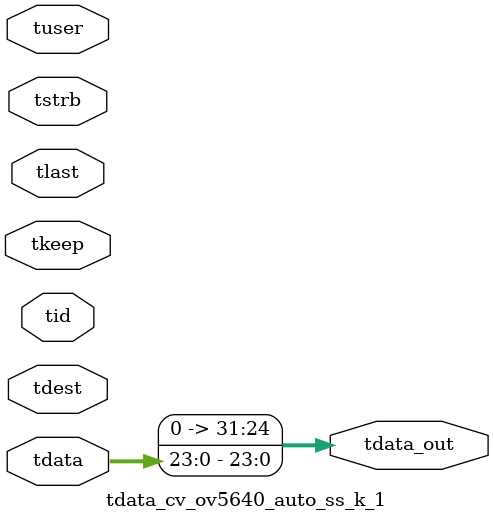
<source format=v>


`timescale 1ps/1ps

module tdata_cv_ov5640_auto_ss_k_1 #
(
parameter C_S_AXIS_TDATA_WIDTH = 32,
parameter C_S_AXIS_TUSER_WIDTH = 0,
parameter C_S_AXIS_TID_WIDTH   = 0,
parameter C_S_AXIS_TDEST_WIDTH = 0,
parameter C_M_AXIS_TDATA_WIDTH = 32
)
(
input  [(C_S_AXIS_TDATA_WIDTH == 0 ? 1 : C_S_AXIS_TDATA_WIDTH)-1:0     ] tdata,
input  [(C_S_AXIS_TUSER_WIDTH == 0 ? 1 : C_S_AXIS_TUSER_WIDTH)-1:0     ] tuser,
input  [(C_S_AXIS_TID_WIDTH   == 0 ? 1 : C_S_AXIS_TID_WIDTH)-1:0       ] tid,
input  [(C_S_AXIS_TDEST_WIDTH == 0 ? 1 : C_S_AXIS_TDEST_WIDTH)-1:0     ] tdest,
input  [(C_S_AXIS_TDATA_WIDTH/8)-1:0 ] tkeep,
input  [(C_S_AXIS_TDATA_WIDTH/8)-1:0 ] tstrb,
input                                                                    tlast,
output [C_M_AXIS_TDATA_WIDTH-1:0] tdata_out
);

assign tdata_out = {tdata[23:0]};

endmodule


</source>
